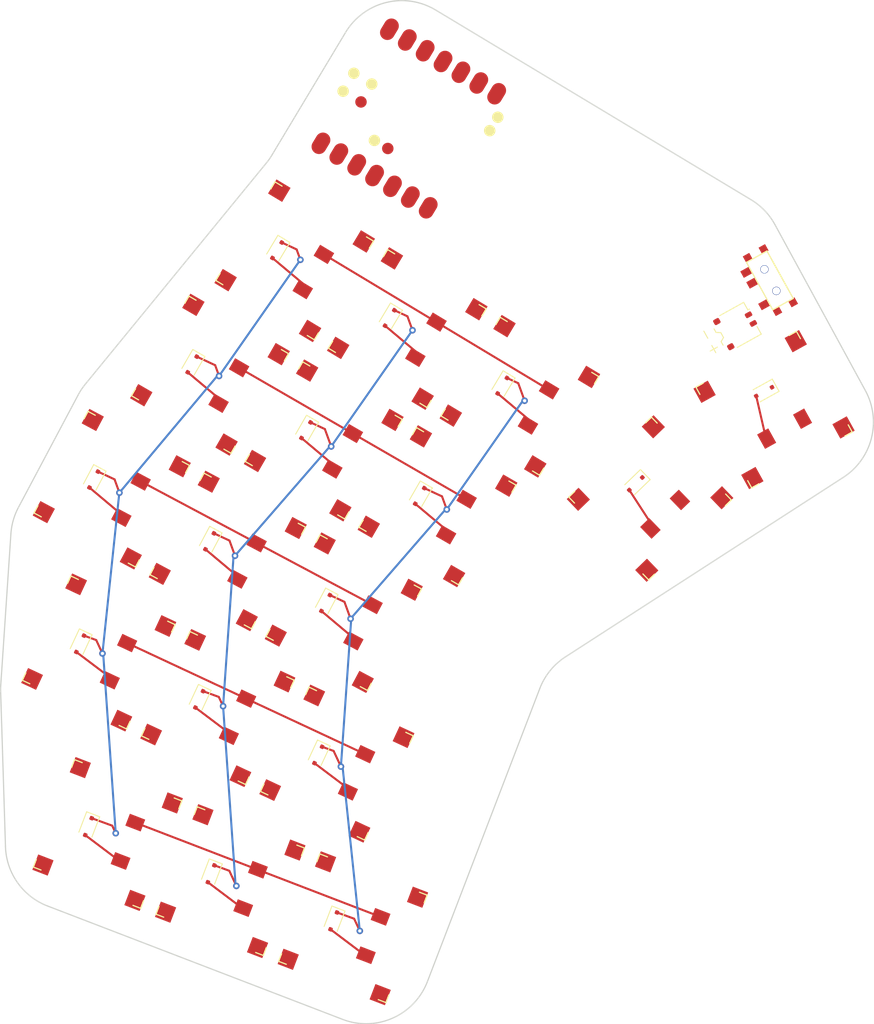
<source format=kicad_pcb>
(kicad_pcb (version 20241229) (generator "pcbnew") (generator_version "9.0")
  (title_block (title "splave-ferris_pg1316s_left") (rev "v1.0.0") (company "Unknown"))
  (layers (0 "F.Cu" signal) (2 "B.Cu" signal) (13 "F.Paste" user) (15 "B.Paste" user) (5 "F.SilkS" user) (7 "B.SilkS" user) (1 "F.Mask" user) (3 "B.Mask" user) (25 "Edge.Cuts" user))
  (net 0 "")
  (net 1 "D5")
  (net 2 "pinky_bottom")
  (net 3 "pinky_home")
  (net 4 "pinky_top")
  (net 5 "D3")
  (net 6 "ring_bottom")
  (net 7 "ring_home")
  (net 8 "ring_top")
  (net 9 "D1")
  (net 10 "middle_bottom")
  (net 11 "middle_home")
  (net 12 "middle_top")
  (net 13 "D8")
  (net 14 "index_bottom")
  (net 15 "index_home")
  (net 16 "index_top")
  (net 17 "D10")
  (net 18 "inner_bottom")
  (net 19 "inner_home")
  (net 20 "inner_top")
  (net 21 "near_fan")
  (net 22 "far_fan")
  (net 23 "D4")
  (net 24 "D2")
  (net 25 "D0")
  (net 26 "D9")
  (net 27 "D6")
  (net 28 "D7")
  (net 29 "RAW3V3")
  (net 30 "RAW5V")
  (net 31 "GND")
  (net 32 "RST")
  (net 33 "BAT")
  (net 34 "BAT_P")
  (footprint "E73:SPDT_C128955" (layer "F.Cu") (at 239.347994 83.120952 -61)
    (property "Reference" "T1" (hide yes))
    (property "Value" "" (hide yes))
    (pad "" smd rect (at -3.700004 1.099997 299) (size 0.9 0.9) (layers "F.Cu" "F.Mask" "F.Paste"))
    (pad "" smd rect (at -3.700001 -1.100001 299) (size 0.9 0.9) (layers "F.Cu" "F.Mask" "F.Paste"))
    (pad "" np_thru_hole circle (at -1.499998 0 59) (size 1 1) (drill 0.9) (layers "*.Cu" "*.Mask"))
    (pad "" np_thru_hole circle (at 1.499998 0 59) (size 1 1) (drill 0.9) (layers "*.Cu" "*.Mask"))
    (pad "" smd rect (at 3.700001 1.100001 299) (size 0.9 0.9) (layers "F.Cu" "F.Mask" "F.Paste"))
    (pad "" smd rect (at 3.700004 -1.099997 299) (size 0.9 0.9) (layers "F.Cu" "F.Mask" "F.Paste"))
    (pad "1" smd rect (at 2.25 2.075008 299) (size 0.9 1.25) (layers "F.Cu" "F.Mask" "F.Paste") (net 34 "BAT_P"))
    (pad "2" smd rect (at -0.749998 2.075 299) (size 0.9 1.25) (layers "F.Cu" "F.Mask" "F.Paste") (net 33 "BAT"))
    (pad "3" smd rect (at -2.250002 2.075002 299) (size 0.9 1.25) (layers "F.Cu" "F.Mask" "F.Paste"))
  )
  (footprint "diode_smd_sod323f" (layer "F.Cu") (at 179.263392 79.487722 -121)
    (property "Reference" "D15" (hide yes))
    (property "Value" "" (hide yes))
    (pad "1" smd roundrect (at -1.1 -0.000001 239) (size 0.5 0.5) (layers "F.Cu" "F.Mask" "F.Paste") (net 25 "D0"))
    (pad "2" smd roundrect (at 1.1 0.000001 239) (size 0.5 0.5) (layers "F.Cu" "F.Mask" "F.Paste") (net 20 "inner_top"))
  )
  (footprint "PG1316S" (layer "F.Cu") (at 173.558659 156.249629 69)
    (property "Reference" "S2" (hide yes))
    (property "Value" "" (hide yes))
    (pad "1" smd rect (at -2.500003 2.65 69) (size 1.55 2) (layers "F.Cu" "F.Mask" "F.Paste") (net 3 "pinky_home"))
    (pad "2" smd rect (at 2.499998 2.649995 69) (size 1.55 2) (layers "F.Cu" "F.Mask" "F.Paste") (net 1 "D5"))
    (pad "MP" smd rect (at -6.350007 -5.999997 69) (size 2 2) (layers "F.Cu" "F.Mask" "F.Paste"))
    (pad "MP" smd rect (at -6.350001 5.999999 69) (size 2 2) (layers "F.Cu" "F.Mask" "F.Paste"))
    (pad "MP" smd rect (at 6.350001 -5.999999 69) (size 2 2) (layers "F.Cu" "F.Mask" "F.Paste"))
    (pad "MP" smd rect (at 6.350007 5.999997 69) (size 2 2) (layers "F.Cu" "F.Mask" "F.Paste"))
  )
  (footprint "PG1316S" (layer "F.Cu") (at 198.803619 110.632558 60)
    (property "Reference" "S10" (hide yes))
    (property "Value" "" (hide yes))
    (pad "1" smd rect (at -2.500003 2.650002 60) (size 1.55 2) (layers "F.Cu" "F.Mask" "F.Paste") (net 14 "index_bottom"))
    (pad "2" smd rect (at 2.5 2.649996 60) (size 1.55 2) (layers "F.Cu" "F.Mask" "F.Paste") (net 13 "D8"))
    (pad "MP" smd rect (at -6.350001 6.000001 60) (size 2 2) (layers "F.Cu" "F.Mask" "F.Paste"))
    (pad "MP" smd rect (at -6.35 -5.999998 60) (size 2 2) (layers "F.Cu" "F.Mask" "F.Paste"))
    (pad "MP" smd rect (at 6.35 5.999998 60) (size 2 2) (layers "F.Cu" "F.Mask" "F.Paste"))
    (pad "MP" smd rect (at 6.350001 -6.000001 60) (size 2 2) (layers "F.Cu" "F.Mask" "F.Paste"))
  )
  (footprint "PG1316S" (layer "F.Cu") (at 173.257541 116.076646 62)
    (property "Reference" "S8" (hide yes))
    (property "Value" "" (hide yes))
    (pad "1" smd rect (at -2.500004 2.649996 62) (size 1.55 2) (layers "F.Cu" "F.Mask" "F.Paste") (net 11 "middle_home"))
    (pad "2" smd rect (at 2.499999 2.650001 62) (size 1.55 2) (layers "F.Cu" "F.Mask" "F.Paste") (net 9 "D1"))
    (pad "MP" smd rect (at -6.35 6 62) (size 2 2) (layers "F.Cu" "F.Mask" "F.Paste"))
    (pad "MP" smd rect (at -6.349998 -6.000003 62) (size 2 2) (layers "F.Cu" "F.Mask" "F.Paste"))
    (pad "MP" smd rect (at 6.349998 6.000003 62) (size 2 2) (layers "F.Cu" "F.Mask" "F.Paste"))
    (pad "MP" smd rect (at 6.35 -6 62) (size 2 2) (layers "F.Cu" "F.Mask" "F.Paste"))
  )
  (footprint "PG1316S" (layer "F.Cu") (at 195.12099 89.01593 59)
    (property "Reference" "S14" (hide yes))
    (property "Value" "" (hide yes))
    (pad "1" smd rect (at -2.499997 2.65 59) (size 1.55 2) (layers "F.Cu" "F.Mask" "F.Paste") (net 19 "inner_home"))
    (pad "2" smd rect (at 2.499999 2.65 59) (size 1.55 2) (layers "F.Cu" "F.Mask" "F.Paste") (net 17 "D10"))
    (pad "MP" smd rect (at -6.35 -6.000002 59) (size 2 2) (layers "F.Cu" "F.Mask" "F.Paste"))
    (pad "MP" smd rect (at -6.349996 6.000001 59) (size 2 2) (layers "F.Cu" "F.Mask" "F.Paste"))
    (pad "MP" smd rect (at 6.349996 -6.000001 59) (size 2 2) (layers "F.Cu" "F.Mask" "F.Paste"))
    (pad "MP" smd rect (at 6.35 6.000002 59) (size 2 2) (layers "F.Cu" "F.Mask" "F.Paste"))
  )
  (footprint "PG1316S" (layer "F.Cu") (at 157.542497 128.429971 65)
    (property "Reference" "S6" (hide yes))
    (property "Value" "" (hide yes))
    (pad "1" smd rect (at -2.500004 2.649999 65) (size 1.55 2) (layers "F.Cu" "F.Mask" "F.Paste") (net 8 "ring_top"))
    (pad "2" smd rect (at 2.500003 2.649999 65) (size 1.55 2) (layers "F.Cu" "F.Mask" "F.Paste") (net 5 "D3"))
    (pad "MP" smd rect (at -6.350004 -5.999999 65) (size 2 2) (layers "F.Cu" "F.Mask" "F.Paste"))
    (pad "MP" smd rect (at -6.350002 5.999994 65) (size 2 2) (layers "F.Cu" "F.Mask" "F.Paste"))
    (pad "MP" smd rect (at 6.350002 -5.999994 65) (size 2 2) (layers "F.Cu" "F.Mask" "F.Paste"))
    (pad "MP" smd rect (at 6.350004 5.999999 65) (size 2 2) (layers "F.Cu" "F.Mask" "F.Paste"))
  )
  (footprint "diode_smd_sod323f" (layer "F.Cu") (at 184.278576 140.897214 -115)
    (property "Reference" "D4" (hide yes))
    (property "Value" "" (hide yes))
    (pad "1" smd roundrect (at -1.099996 -0.000002 245) (size 0.5 0.5) (layers "F.Cu" "F.Mask" "F.Paste") (net 23 "D4"))
    (pad "2" smd roundrect (at 1.099996 0.000002 245) (size 0.5 0.5) (layers "F.Cu" "F.Mask" "F.Paste") (net 6 "ring_bottom"))
  )
  (footprint "diode_smd_sod323f" (layer "F.Cu") (at 186.161998 161.087592 -111)
    (property "Reference" "D1" (hide yes))
    (property "Value" "" (hide yes))
    (pad "1" smd roundrect (at -1.099999 -0.000003 249) (size 0.5 0.5) (layers "F.Cu" "F.Mask" "F.Paste") (net 23 "D4"))
    (pad "2" smd roundrect (at 1.099999 0.000003 249) (size 0.5 0.5) (layers "F.Cu" "F.Mask" "F.Paste") (net 2 "pinky_bottom"))
  )
  (footprint "diode_smd_sod323f" (layer "F.Cu") (at 192.978075 87.728335 -121)
    (property "Reference" "D14" (hide yes))
    (property "Value" "" (hide yes))
    (pad "1" smd roundrect (at -1.1 -0.000001 239) (size 0.5 0.5) (layers "F.Cu" "F.Mask" "F.Paste") (net 24 "D2"))
    (pad "2" smd roundrect (at 1.1 0.000001 239) (size 0.5 0.5) (layers "F.Cu" "F.Mask" "F.Paste") (net 19 "inner_home"))
  )
  (footprint "diode_smd_sod323f" (layer "F.Cu") (at 156.287421 149.619817 -111)
    (property "Reference" "D3" (hide yes))
    (property "Value" "" (hide yes))
    (pad "1" smd roundrect (at -1.099999 -0.000003 249) (size 0.5 0.5) (layers "F.Cu" "F.Mask" "F.Paste") (net 25 "D0"))
    (pad "2" smd roundrect (at 1.099999 0.000003 249) (size 0.5 0.5) (layers "F.Cu" "F.Mask" "F.Paste") (net 4 "pinky_top"))
  )
  (footprint "diode_smd_sod323f" (layer "F.Cu") (at 206.692748 95.968942 -121)
    (property "Reference" "D13" (hide yes))
    (property "Value" "" (hide yes))
    (pad "1" smd roundrect (at -1.1 -0.000001 239) (size 0.5 0.5) (layers "F.Cu" "F.Mask" "F.Paste") (net 23 "D4"))
    (pad "2" smd roundrect (at 1.1 0.000001 239) (size 0.5 0.5) (layers "F.Cu" "F.Mask" "F.Paste") (net 18 "inner_bottom"))
  )
  (footprint "ceoloide:battery_connector_molex_pico_ezmate_1x02" (layer "F.Cu") (at 235.336045 88.774869 -61)
    (property "Reference" "CONN1" (hide yes))
    (property "Value" "")
    (pad "" smd roundrect (at -1.749994 1.9 299) (size 0.7 0.8) (layers "F.Cu" "F.Mask" "F.Paste"))
    (pad "" smd roundrect (at 1.749998 1.899998 299) (size 0.7 0.8) (layers "F.Cu" "F.Mask" "F.Paste"))
    (pad "1" smd roundrect (at -0.600004 -1.875 299) (size 0.6 0.85) (layers "F.Cu" "F.Mask" "F.Paste") (net 31 "GND"))
    (pad "2" smd roundrect (at 0.599997 -1.875005 299) (size 0.6 0.85) (layers "F.Cu" "F.Mask" "F.Paste") (net 34 "BAT_P"))
  )
  (footprint "diode_smd_sod323f" (layer "F.Cu") (at 156.923014 107.391424 -118)
    (property "Reference" "D9" (hide yes))
    (property "Value" "" (hide yes))
    (pad "1" smd roundrect (at -1.1 -0.000004 242) (size 0.5 0.5) (layers "F.Cu" "F.Mask" "F.Paste") (net 25 "D0"))
    (pad "2" smd roundrect (at 1.1 0.000004 242) (size 0.5 0.5) (layers "F.Cu" "F.Mask" "F.Paste") (net 12 "middle_top"))
  )
  (footprint "diode_smd_sod323f" (layer "F.Cu") (at 196.638548 109.382562 -120)
    (property "Reference" "D10" (hide yes))
    (property "Value" "" (hide yes))
    (pad "1" smd roundrect (at -1.1 0.000001 240) (size 0.5 0.5) (layers "F.Cu" "F.Mask" "F.Paste") (net 23 "D4"))
    (pad "2" smd roundrect (at 1.1 -0.000001 240) (size 0.5 0.5) (layers "F.Cu" "F.Mask" "F.Paste") (net 14 "index_bottom"))
  )
  (footprint "PG1316S" (layer "F.Cu") (at 187.384707 123.588195 62)
    (property "Reference" "S7" (hide yes))
    (property "Value" "" (hide yes))
    (pad "1" smd rect (at -2.500004 2.649996 62) (size 1.55 2) (layers "F.Cu" "F.Mask" "F.Paste") (net 10 "middle_bottom"))
    (pad "2" smd rect (at 2.499999 2.650001 62) (size 1.55 2) (layers "F.Cu" "F.Mask" "F.Paste") (net 9 "D1"))
    (pad "MP" smd rect (at -6.35 6 62) (size 2 2) (layers "F.Cu" "F.Mask" "F.Paste"))
    (pad "MP" smd rect (at -6.349998 -6.000003 62) (size 2 2) (layers "F.Cu" "F.Mask" "F.Paste"))
    (pad "MP" smd rect (at 6.349998 6.000003 62) (size 2 2) (layers "F.Cu" "F.Mask" "F.Paste"))
    (pad "MP" smd rect (at 6.35 -6 62) (size 2 2) (layers "F.Cu" "F.Mask" "F.Paste"))
  )
  (footprint "PG1316S" (layer "F.Cu") (at 172.043425 135.191863 65)
    (property "Reference" "S5" (hide yes))
    (property "Value" "" (hide yes))
    (pad "1" smd rect (at -2.500004 2.649999 65) (size 1.55 2) (layers "F.Cu" "F.Mask" "F.Paste") (net 7 "ring_home"))
    (pad "2" smd rect (at 2.500003 2.649999 65) (size 1.55 2) (layers "F.Cu" "F.Mask" "F.Paste") (net 5 "D3"))
    (pad "MP" smd rect (at -6.350004 -5.999999 65) (size 2 2) (layers "F.Cu" "F.Mask" "F.Paste"))
    (pad "MP" smd rect (at -6.350002 5.999994 65) (size 2 2) (layers "F.Cu" "F.Mask" "F.Paste"))
    (pad "MP" smd rect (at 6.350002 -5.999994 65) (size 2 2) (layers "F.Cu" "F.Mask" "F.Paste"))
    (pad "MP" smd rect (at 6.350004 5.999999 65) (size 2 2) (layers "F.Cu" "F.Mask" "F.Paste"))
  )
  (footprint "PG1316S" (layer "F.Cu") (at 208.835668 97.25654 59)
    (property "Reference" "S13" (hide yes))
    (property "Value" "" (hide yes))
    (pad "1" smd rect (at -2.499997 2.65 59) (size 1.55 2) (layers "F.Cu" "F.Mask" "F.Paste") (net 18 "inner_bottom"))
    (pad "2" smd rect (at 2.499999 2.65 59) (size 1.55 2) (layers "F.Cu" "F.Mask" "F.Paste") (net 17 "D10"))
    (pad "MP" smd rect (at -6.35 -6.000002 59) (size 2 2) (layers "F.Cu" "F.Mask" "F.Paste"))
    (pad "MP" smd rect (at -6.349996 6.000001 59) (size 2 2) (layers "F.Cu" "F.Mask" "F.Paste"))
    (pad "MP" smd rect (at 6.349996 -6.000001 59) (size 2 2) (layers "F.Cu" "F.Mask" "F.Paste"))
    (pad "MP" smd rect (at 6.35 6.000002 59) (size 2 2) (layers "F.Cu" "F.Mask" "F.Paste"))
  )
  (footprint "diode_smd_sod323f" (layer "F.Cu") (at 168.92574 93.382564 -120)
    (property "Reference" "D12" (hide yes))
    (property "Value" "" (hide yes))
    (pad "1" smd roundrect (at -1.1 0.000001 240) (size 0.5 0.5) (layers "F.Cu" "F.Mask" "F.Paste") (net 25 "D0"))
    (pad "2" smd roundrect (at 1.1 -0.000001 240) (size 0.5 0.5) (layers "F.Cu" "F.Mask" "F.Paste") (net 16 "index_top"))
  )
  (footprint "PG1316S" (layer "F.Cu") (at 158.621372 150.515743 69)
    (property "Reference" "S3" (hide yes))
    (property "Value" "" (hide yes))
    (pad "1" smd rect (at -2.500003 2.65 69) (size 1.55 2) (layers "F.Cu" "F.Mask" "F.Paste") (net 4 "pinky_top"))
    (pad "2" smd rect (at 2.499998 2.649995 69) (size 1.55 2) (layers "F.Cu" "F.Mask" "F.Paste") (net 1 "D5"))
    (pad "MP" smd rect (at -6.350007 -5.999997 69) (size 2 2) (layers "F.Cu" "F.Mask" "F.Paste"))
    (pad "MP" smd rect (at -6.350001 5.999999 69) (size 2 2) (layers "F.Cu" "F.Mask" "F.Paste"))
    (pad "MP" smd rect (at 6.350001 -5.999999 69) (size 2 2) (layers "F.Cu" "F.Mask" "F.Paste"))
    (pad "MP" smd rect (at 6.350007 5.999997 69) (size 2 2) (layers "F.Cu" "F.Mask" "F.Paste"))
  )
  (footprint "diode_smd_sod323f" (layer "F.Cu") (at 171.224711 155.353707 -111)
    (property "Reference" "D2" (hide yes))
    (property "Value" "" (hide yes))
    (pad "1" smd roundrect (at -1.099999 -0.000003 249) (size 0.5 0.5) (layers "F.Cu" "F.Mask" "F.Paste") (net 24 "D2"))
    (pad "2" smd roundrect (at 1.099999 0.000003 249) (size 0.5 0.5) (layers "F.Cu" "F.Mask" "F.Paste") (net 3 "pinky_home"))
  )
  (footprint "PG1316S" (layer "F.Cu") (at 186.544347 141.953756 65)
    (property "Reference" "S4" (hide yes))
    (property "Value" "" (hide yes))
    (pad "1" smd rect (at -2.500004 2.649999 65) (size 1.55 2) (layers "F.Cu" "F.Mask" "F.Paste") (net 6 "ring_bottom"))
    (pad "2" smd rect (at 2.500003 2.649999 65) (size 1.55 2) (layers "F.Cu" "F.Mask" "F.Paste") (net 5 "D3"))
    (pad "MP" smd rect (at -6.350004 -5.999999 65) (size 2 2) (layers "F.Cu" "F.Mask" "F.Paste"))
    (pad "MP" smd rect (at -6.350002 5.999994 65) (size 2 2) (layers "F.Cu" "F.Mask" "F.Paste"))
    (pad "MP" smd rect (at 6.350002 -5.999994 65) (size 2 2) (layers "F.Cu" "F.Mask" "F.Paste"))
    (pad "MP" smd rect (at 6.350004 5.999999 65) (size 2 2) (layers "F.Cu" "F.Mask" "F.Paste"))
  )
  (footprint "PG1316S" (layer "F.Cu") (at 171.090802 94.632563 60)
    (property "Reference" "S12" (hide yes))
    (property "Value" "" (hide yes))
    (pad "1" smd rect (at -2.500003 2.650002 60) (size 1.55 2) (layers "F.Cu" "F.Mask" "F.Paste") (net 16 "index_top"))
    (pad "2" smd rect (at 2.5 2.649996 60) (size 1.55 2) (layers "F.Cu" "F.Mask" "F.Paste") (net 13 "D8"))
    (pad "MP" smd rect (at -6.350001 6.000001 60) (size 2 2) (layers "F.Cu" "F.Mask" "F.Paste"))
    (pad "MP" smd rect (at -6.35 -5.999998 60) (size 2 2) (layers "F.Cu" "F.Mask" "F.Paste"))
    (pad "MP" smd rect (at 6.35 5.999998 60) (size 2 2) (layers "F.Cu" "F.Mask" "F.Paste"))
    (pad "MP" smd rect (at 6.350001 -6.000001 60) (size 2 2) (layers "F.Cu" "F.Mask" "F.Paste"))
  )
  (footprint "PG1316S" (layer "F.Cu") (at 181.406315 80.77532 59)
    (property "Reference" "S15" (hide yes))
    (property "Value" "" (hide yes))
    (pad "1" smd rect (at -2.499997 2.65 59) (size 1.55 2) (layers "F.Cu" "F.Mask" "F.Paste") (net 20 "inner_top"))
    (pad "2" smd rect (at 2.499999 2.65 59) (size 1.55 2) (layers "F.Cu" "F.Mask" "F.Paste") (net 17 "D10"))
    (pad "MP" smd rect (at -6.35 -6.000002 59) (size 2 2) (layers "F.Cu" "F.Mask" "F.Paste"))
    (pad "MP" smd rect (at -6.349996 6.000001 59) (size 2 2) (layers "F.Cu" "F.Mask" "F.Paste"))
    (pad "MP" smd rect (at 6.349996 -6.000001 59) (size 2 2) (layers "F.Cu" "F.Mask" "F.Paste"))
    (pad "MP" smd rect (at 6.35 6.000002 59) (size 2 2) (layers "F.Cu" "F.Mask" "F.Paste"))
  )
  (footprint "xiao_smd" (layer "F.Cu") (at 195.308649 63.462752 59)
    (property "Reference" "MCU1" (hide yes))
    (property "Value" "")
    (pad "" smd circle (at -4.445002 -2.222 239) (size 1.397 1.397) (layers "F.SilkS"))
    (pad "" smd circle (at -1.27 -8.571998 149) (size 1.397 1.397) (layers "F.SilkS"))
    (pad "" smd circle (at 1.269997 -6.031997 149) (size 1.397 1.397) (layers "F.SilkS"))
    (pad "" smd circle (at 1.270002 -8.572001 149) (size 1.397 1.397) (layers "F.SilkS"))
    (pad "" smd circle (at 3.809998 9.208 239) (size 1.397 1.397) (layers "F.SilkS"))
    (pad "" smd circle (at 5.715 9.207999 239) (size 1.397 1.397) (layers "F.SilkS"))
    (pad "1" smd oval (at -7.619999 -7.620002 239) (size 2.75 1.8) (drill (offset 0.475 0)) (layers "F.Cu" "F.Mask" "F.Paste") (net 25 "D0"))
    (pad "2" smd oval (at -7.619997 -5.079996 239) (size 2.75 1.8) (drill (offset 0.475 0)) (layers "F.Cu" "F.Mask" "F.Paste") (net 9 "D1"))
    (pad "3" smd oval (at -7.620001 -2.54 239) (size 2.75 1.8) (drill (offset 0.475 0)) (layers "F.Cu" "F.Mask" "F.Paste") (net 24 "D2"))
    (pad "4" smd oval (at -7.619997 -0.000002 239) (size 2.75 1.8) (drill (offset 0.475 0)) (layers "F.Cu" "F.Mask" "F.Paste") (net 5 "D3"))
    (pad "5" smd oval (at -7.620002 2.539996 239) (size 2.75 1.8) (drill (offset 0.475 0)) (layers "F.Cu" "F.Mask" "F.Paste") (net 23 "D4"))
    (pad "6" smd oval (at -7.619994 5.079996 239) (size 2.75 1.8) (drill (offset 0.475 0)) (layers "F.Cu" "F.Mask" "F.Paste") (net 1 "D5"))
    (pad "7" smd oval (at -7.620002 7.619999 239) (size 2.75 1.8) (drill (offset 0.475 0)) (layers "F.Cu" "F.Mask" "F.Paste") (net 27 "D6"))
    (pad "8" smd oval (at 7.619999 7.620002 59) (size 2.75 1.8) (drill (offset 0.475 0)) (layers "F.Cu" "F.Mask" "F.Paste") (net 28 "D7"))
    (pad "9" smd oval (at 7.619997 5.079996 59) (size 2.75 1.8) (drill (offset 0.475 0)) (layers "F.Cu" "F.Mask" "F.Paste") (net 13 "D8"))
    (pad "10" smd oval (at 7.620001 2.54 59) (size 2.75 1.8) (drill (offset 0.475 0)) (layers "F.Cu" "F.Mask" "F.Paste") (net 26 "D9"))
    (pad "11" smd oval (at 7.619997 0.000002 59) (size 2.75 1.8) (drill (offset 0.475 0)) (layers "F.Cu" "F.Mask" "F.Paste") (net 17 "D10"))
    (pad "12" smd oval (at 7.620002 -2.539996 59) (size 2.75 1.8) (drill (offset 0.475 0)) (layers "F.Cu" "F.Mask" "F.Paste") (net 29 "RAW3V3"))
    (pad "13" smd oval (at 7.619994 -5.079996 59) (size 2.75 1.8) (drill (offset 0.475 0)) (layers "F.Cu" "F.Mask" "F.Paste") (net 31 "GND"))
    (pad "14" smd oval (at 7.620002 -7.619999 59) (size 2.75 1.8) (drill (offset 0.475 0)) (layers "F.Cu" "F.Mask" "F.Paste") (net 30 "RAW5V"))
    (pad "17" smd circle (at -1.270004 -6.031999 149) (size 1.397 1.397) (layers "F.Cu" "F.Mask" "F.Paste") (net 32 "RST"))
    (pad "19" smd circle (at -4.444999 -0.316999 239) (size 1.397 1.397) (layers "F.Cu" "F.Mask" "F.Paste") (net 33 "BAT"))
  )
  (footprint "PG1316S" (layer "F.Cu") (at 239.794338 98.880492 29)
    (property "Reference" "S17" (hide yes))
    (property "Value" "" (hide yes))
    (pad "1" smd rect (at -2.5 2.650002 29) (size 1.55 2) (layers "F.Cu" "F.Mask" "F.Paste") (net 22 "far_fan"))
    (pad "2" smd rect (at 2.500002 2.650005 29) (size 1.55 2) (layers "F.Cu" "F.Mask" "F.Paste") (net 17 "D10"))
    (pad "MP" smd rect (at -6.350004 6.000001 29) (size 2 2) (layers "F.Cu" "F.Mask" "F.Paste"))
    (pad "MP" smd rect (at -6.349993 -6 29) (size 2 2) (layers "F.Cu" "F.Mask" "F.Paste"))
    (pad "MP" smd rect (at 6.349993 6 29) (size 2 2) (layers "F.Cu" "F.Mask" "F.Paste"))
    (pad "MP" smd rect (at 6.350004 -6.000001 29) (size 2 2) (layers "F.Cu" "F.Mask" "F.Paste"))
  )
  (footprint "PG1316S" (layer "F.Cu") (at 184.947215 102.63256 60)
    (property "Reference" "S11" (hide yes))
    (property "Value" "" (hide yes))
    (pad "1" smd rect (at -2.500003 2.650002 60) (size 1.55 2) (layers "F.Cu" "F.Mask" "F.Paste") (net 15 "index_home"))
    (pad "2" smd rect (at 2.5 2.649996 60) (size 1.55 2) (layers "F.Cu" "F.Mask" "F.Paste") (net 13 "D8"))
    (pad "MP" smd rect (at -6.350001 6.000001 60) (size 2 2) (layers "F.Cu" "F.Mask" "F.Paste"))
    (pad "MP" smd rect (at -6.35 -5.999998 60) (size 2 2) (layers "F.Cu" "F.Mask" "F.Paste"))
    (pad "MP" smd rect (at 6.35 5.999998 60) (size 2 2) (layers "F.Cu" "F.Mask" "F.Paste"))
    (pad "MP" smd rect (at 6.350001 -6.000001 60) (size 2 2) (layers "F.Cu" "F.Mask" "F.Paste"))
  )
  (footprint "PG1316S" (layer "F.Cu") (at 159.130379 108.565103 62)
    (property "Reference" "S9" (hide yes))
    (property "Value" "" (hide yes))
    (pad "1" smd rect (at -2.500004 2.649996 62) (size 1.55 2) (layers "F.Cu" "F.Mask" "F.Paste") (net 12 "middle_top"))
    (pad "2" smd rect (at 2.499999 2.650001 62) (size 1.55 2) (layers "F.Cu" "F.Mask" "F.Paste") (net 9 "D1"))
    (pad "MP" smd rect (at -6.35 6 62) (size 2 2) (layers "F.Cu" "F.Mask" "F.Paste"))
    (pad "MP" smd rect (at -6.349998 -6.000003 62) (size 2 2) (layers "F.Cu" "F.Mask" "F.Paste"))
    (pad "MP" smd rect (at 6.349998 6.000003 62) (size 2 2) (layers "F.Cu" "F.Mask" "F.Paste"))
    (pad "MP" smd rect (at 6.35 -6 62) (size 2 2) (layers "F.Cu" "F.Mask" "F.Paste"))
  )
  (footprint "diode_smd_sod323f" (layer "F.Cu") (at 171.05017 114.902969 -118)
    (property "Reference" "D8" (hide yes))
    (property "Value" "" (hide yes))
    (pad "1" smd roundrect (at -1.1 -0.000004 242) (size 0.5 0.5) (layers "F.Cu" "F.Mask" "F.Paste") (net 24 "D2"))
    (pad "2" smd roundrect (at 1.1 0.000004 242) (size 0.5 0.5) (layers "F.Cu" "F.Mask" "F.Paste") (net 11 "middle_home"))
  )
  (footprint "diode_smd_sod323f" (layer "F.Cu") (at 222.954771 107.901874 -136)
    (property "Reference" "D16" (hide yes))
    (property "Value" "" (hide yes))
    (pad "1" smd roundrect (at -1.099998 -0.000002 224) (size 0.5 0.5) (layers "F.Cu" "F.Mask" "F.Paste") (net 26 "D9"))
    (pad "2" smd roundrect (at 1.099998 0.000002 224) (size 0.5 0.5) (layers "F.Cu" "F.Mask" "F.Paste") (net 21 "near_fan"))
  )
  (footprint "diode_smd_sod323f" (layer "F.Cu") (at 238.582309 96.693947 -151)
    (property "Reference" "D17" (hide yes))
    (property "Value" "" (hide yes))
    (pad "1" smd roundrect (at -1.1 0.000006 209) (size 0.5 0.5) (layers "F.Cu" "F.Mask" "F.Paste") (net 26 "D9"))
    (pad "2" smd roundrect (at 1.1 -0.000006 209) (size 0.5 0.5) (layers "F.Cu" "F.Mask" "F.Paste") (net 22 "far_fan"))
  )
  (footprint "diode_smd_sod323f" (layer "F.Cu") (at 182.782148 101.382563 -120)
    (property "Reference" "D11" (hide yes))
    (property "Value" "" (hide yes))
    (pad "1" smd roundrect (at -1.1 0.000001 240) (size 0.5 0.5) (layers "F.Cu" "F.Mask" "F.Paste") (net 24 "D2"))
    (pad "2" smd roundrect (at 1.1 -0.000001 240) (size 0.5 0.5) (layers "F.Cu" "F.Mask" "F.Paste") (net 15 "index_home"))
  )
  (footprint "diode_smd_sod323f" (layer "F.Cu") (at 185.177331 122.414516 -118)
    (property "Reference" "D7" (hide yes))
    (property "Value" "" (hide yes))
    (pad "1" smd roundrect (at -1.1 -0.000004 242) (size 0.5 0.5) (layers "F.Cu" "F.Mask" "F.Paste") (net 23 "D4"))
    (pad "2" smd roundrect (at 1.1 0.000004 242) (size 0.5 0.5) (layers "F.Cu" "F.Mask" "F.Paste") (net 10 "middle_bottom"))
  )
  (footprint "PG1316S" (layer "F.Cu") (at 188.495945 161.98352 69)
    (property "Reference" "S1" (hide yes))
    (property "Value" "" (hide yes))
    (pad "1" smd rect (at -2.500003 2.65 69) (size 1.55 2) (layers "F.Cu" "F.Mask" "F.Paste") (net 2 "pinky_bottom"))
    (pad "2" smd rect (at 2.499998 2.649995 69) (size 1.55 2) (layers "F.Cu" "F.Mask" "F.Paste") (net 1 "D5"))
    (pad "MP" smd rect (at -6.350007 -5.999997 69) (size 2 2) (layers "F.Cu" "F.Mask" "F.Paste"))
    (pad "MP" smd rect (at -6.350001 5.999999 69) (size 2 2) (layers "F.Cu" "F.Mask" "F.Paste"))
    (pad "MP" smd rect (at 6.350001 -5.999999 69) (size 2 2) (layers "F.Cu" "F.Mask" "F.Paste"))
    (pad "MP" smd rect (at 6.350007 5.999997 69) (size 2 2) (layers "F.Cu" "F.Mask" "F.Paste"))
  )
  (footprint "PG1316S" (layer "F.Cu") (at 224.691419 109.700219 44)
    (property "Reference" "S16" (hide yes))
    (property "Value" "" (hide yes))
    (pad "1" smd rect (at -2.5 2.65 44) (size 1.55 2) (layers "F.Cu" "F.Mask" "F.Paste") (net 21 "near_fan"))
    (pad "2" smd rect (at 2.5 2.649997 44) (size 1.55 2) (layers "F.Cu" "F.Mask" "F.Paste") (net 13 "D8"))
    (pad "MP" smd rect (at -6.349999 5.999998 44) (size 2 2) (layers "F.Cu" "F.Mask" "F.Paste"))
    (pad "MP" smd rect (at -6.349998 -5.999999 44) (size 2 2) (layers "F.Cu" "F.Mask" "F.Paste"))
    (pad "MP" smd rect (at 6.349998 5.999999 44) (size 2 2) (layers "F.Cu" "F.Mask" "F.Paste"))
    (pad "MP" smd rect (at 6.349999 -5.999998 44) (size 2 2) (layers "F.Cu" "F.Mask" "F.Paste"))
  )
  (footprint "diode_smd_sod323f" (layer "F.Cu") (at 155.276728 127.373425 -115)
    (property "Reference" "D6" (hide yes))
    (property "Value" "" (hide yes))
    (pad "1" smd roundrect (at -1.099996 -0.000002 245) (size 0.5 0.5) (layers "F.Cu" "F.Mask" "F.Paste") (net 25 "D0"))
    (pad "2" smd roundrect (at 1.099996 0.000002 245) (size 0.5 0.5) (layers "F.Cu" "F.Mask" "F.Paste") (net 8 "ring_top"))
  )
  (footprint "diode_smd_sod323f" (layer "F.Cu") (at 169.77765 134.135317 -115)
    (property "Reference" "D5" (hide yes))
    (property "Value" "" (hide yes))
    (pad "1" smd roundrect (at -1.099996 -0.000002 245) (size 0.5 0.5) (layers "F.Cu" "F.Mask" "F.Paste") (net 24 "D2"))
    (pad "2" smd roundrect (at 1.099996 0.000002 245) (size 0.5 0.5) (layers "F.Cu" "F.Mask" "F.Paste") (net 7 "ring_home"))
  )
  (gr_arc (start 236.999979 73.347198) (mid 238.653202 74.666816) (end 239.902776 76.373598) (stroke (width 0.15)) (layer "Edge.Cuts"))
  (gr_arc (start 146.843901 113.994536) (mid 147.132794 112.336076) (end 147.762338 110.774787) (stroke (width 0.15)) (layer "Edge.Cuts"))
  (gr_arc (start 197.575188 168.46791) (mid 193.360439 172.909333) (end 187.2396 173.069619) (stroke (width 0.15)) (layer "Edge.Cuts"))
  (gr_line (start 187.2396 173.069619) (end 151.312275 159.278406) (stroke (width 0.15)) (layer "Edge.Cuts"))
  (gr_line (start 155.912199 95.779376) (end 177.957787 68.876224) (stroke (width 0.15)) (layer "Edge.Cuts"))
  (gr_arc (start 211.260605 132.816199) (mid 212.519189 130.639815) (end 214.391078 128.961507) (stroke (width 0.15)) (layer "Edge.Cuts"))
  (gr_line (start 146.183106 152.059046) (end 145.594415 133.17618) (stroke (width 0.15)) (layer "Edge.Cuts"))
  (gr_arc (start 151.312277 159.278406) (mid 147.657617 156.443196) (end 146.183106 152.059046) (stroke (width 0.15)) (layer "Edge.Cuts"))
  (gr_line (start 147.762339 110.774785) (end 155.036446 97.094181) (stroke (width 0.15)) (layer "Edge.Cuts"))
  (gr_line (start 211.260605 132.816199) (end 197.575188 168.46791) (stroke (width 0.15)) (layer "Edge.Cuts"))
  (gr_line (start 248.23299 107.11982) (end 214.391078 128.961507) (stroke (width 0.15)) (layer "Edge.Cuts"))
  (gr_arc (start 187.597834 52.996467) (mid 192.519798 49.354402) (end 198.575483 50.259428) (stroke (width 0.15)) (layer "Edge.Cuts"))
  (gr_arc (start 250.917924 96.567251) (mid 251.647808 102.370812) (end 248.23299 107.11982) (stroke (width 0.15)) (layer "Edge.Cuts"))
  (gr_line (start 145.608508 132.39087) (end 146.843902 113.994534) (stroke (width 0.15)) (layer "Edge.Cuts"))
  (gr_arc (start 155.036447 97.09418) (mid 155.441788 96.415108) (end 155.912199 95.779376) (stroke (width 0.15)) (layer "Edge.Cuts"))
  (gr_arc (start 178.62729 67.925955) (mid 178.309821 68.413265) (end 177.957787 68.876224) (stroke (width 0.15)) (layer "Edge.Cuts"))
  (gr_line (start 178.627294 67.925955) (end 187.597834 52.996467) (stroke (width 0.15)) (layer "Edge.Cuts"))
  (gr_line (start 239.902776 76.373598) (end 250.917923 96.567252) (stroke (width 0.15)) (layer "Edge.Cuts"))
  (gr_line (start 198.575483 50.259428) (end 236.999979 73.347198) (stroke (width 0.15)) (layer "Edge.Cuts"))
  (gr_arc (start 145.594415 133.17618) (mid 145.591818 132.783352) (end 145.608508 132.39087) (stroke (width 0.15)) (layer "Edge.Cuts"))
  (segment (start 191.865851 160.599242) (end 191.865852 160.599245) (width 0.25) (layer "F.Cu") (net 1))
  (segment (start 161.991278 149.131469) (end 191.865851 160.599242) (width 0.25) (layer "F.Cu") (net 1))
  (segment (start 185.76779 162.114529) (end 189.970715 165.281664) (width 0.25) (layer "F.Cu") (net 2))
  (segment (start 189.970715 165.281664) (end 190.074018 165.267143) (width 0.25) (layer "F.Cu") (net 2))
  (segment (start 170.830502 156.380646) (end 175.033426 159.547771) (width 0.25) (layer "F.Cu") (net 3))
  (segment (start 175.033426 159.547771) (end 175.136726 159.533257) (width 0.25) (layer "F.Cu") (net 3))
  (segment (start 155.893215 150.646759) (end 160.096138 153.813885) (width 0.25) (layer "F.Cu") (net 4))
  (segment (start 160.096138 153.813885) (end 160.199441 153.799367) (width 0.25) (layer "F.Cu") (net 4))
  (segment (start 161.000757 127.284138) (end 190.002608 140.807922) (width 0.25) (layer "F.Cu") (net 5))
  (segment (start 183.8137 141.894148) (end 187.830735 144.921203) (width 0.25) (layer "F.Cu") (net 6))
  (segment (start 187.830735 144.921203) (end 187.88952 145.339462) (width 0.25) (layer "F.Cu") (net 6))
  (segment (start 173.329811 138.159308) (end 173.388589 138.577574) (width 0.25) (layer "F.Cu") (net 7))
  (segment (start 169.312773 135.132257) (end 173.329811 138.159308) (width 0.25) (layer "F.Cu") (net 7))
  (segment (start 154.811848 128.370363) (end 158.828883 131.397418) (width 0.25) (layer "F.Cu") (net 8))
  (segment (start 158.828883 131.397418) (end 158.88767 131.815682) (width 0.25) (layer "F.Cu") (net 8))
  (segment (start 176.771034 115.113378) (end 190.898199 122.624926) (width 0.25) (layer "F.Cu") (net 9))
  (segment (start 162.64387 107.601834) (end 176.771034 115.113378) (width 0.25) (layer "F.Cu") (net 9))
  (segment (start 188.514024 126.618901) (end 188.550832 127.039664) (width 0.25) (layer "F.Cu") (net 10))
  (segment (start 184.66092 123.385757) (end 188.514024 126.618901) (width 0.25) (layer "F.Cu") (net 10))
  (segment (start 174.386862 119.107354) (end 174.423671 119.528119) (width 0.25) (layer "F.Cu") (net 11))
  (segment (start 170.533756 115.874213) (end 174.386862 119.107354) (width 0.25) (layer "F.Cu") (net 11))
  (segment (start 156.406597 108.362665) (end 160.259696 111.595808) (width 0.25) (layer "F.Cu") (net 12))
  (segment (start 160.259696 111.595808) (end 160.296514 112.016573) (width 0.25) (layer "F.Cu") (net 12))
  (segment (start 188.492179 101.792496) (end 202.348579 109.792494) (width 0.25) (layer "F.Cu") (net 13))
  (segment (start 202.348579 109.792494) (end 202.348583 109.792493) (width 0.25) (layer "F.Cu") (net 13))
  (segment (start 174.635764 93.792497) (end 188.492176 101.792498) (width 0.25) (layer "F.Cu") (net 13))
  (segment (start 188.492176 101.792498) (end 188.492179 101.792496) (width 0.25) (layer "F.Cu") (net 13))
  (segment (start 196.088551 110.335188) (end 199.788871 113.440122) (width 0.25) (layer "F.Cu") (net 14))
  (segment (start 199.788871 113.440122) (end 199.848587 114.122625) (width 0.25) (layer "F.Cu") (net 14))
  (segment (start 185.932465 105.440125) (end 185.992174 106.122627) (width 0.25) (layer "F.Cu") (net 15))
  (segment (start 182.232146 102.335188) (end 185.932465 105.440125) (width 0.25) (layer "F.Cu") (net 15))
  (segment (start 168.375741 94.33519) (end 172.076062 97.440126) (width 0.25) (layer "F.Cu") (net 16))
  (segment (start 172.076062 97.440126) (end 172.135773 98.122627) (width 0.25) (layer "F.Cu") (net 16))
  (segment (start 184.965403 79.997253) (end 198.680078 88.237859) (width 0.25) (layer "F.Cu") (net 17))
  (segment (start 198.680078 88.237859) (end 198.680079 88.237861) (width 0.25) (layer "F.Cu") (net 17))
  (segment (start 198.680079 88.237861) (end 212.394757 96.478471) (width 0.25) (layer "F.Cu") (net 17))
  (segment (start 206.126208 96.91183) (end 209.748432 99.951232) (width 0.25) (layer "F.Cu") (net 18))
  (segment (start 209.748432 99.951232) (end 209.819567 100.764304) (width 0.25) (layer "F.Cu") (net 18))
  (segment (start 192.411532 88.671218) (end 196.033755 91.710623) (width 0.25) (layer "F.Cu") (net 19))
  (segment (start 196.033755 91.710623) (end 196.104889 92.523697) (width 0.25) (layer "F.Cu") (net 19))
  (segment (start 182.319078 83.470017) (end 182.390212 84.283091) (width 0.25) (layer "F.Cu") (net 20))
  (segment (start 178.69685 80.430607) (end 182.319078 83.470017) (width 0.25) (layer "F.Cu") (net 20))
  (segment (start 224.84906 112.801394) (end 224.733911 113.343117) (width 0.25) (layer "F.Cu") (net 21))
  (segment (start 222.163499 108.665995) (end 224.84906 112.801394) (width 0.25) (layer "F.Cu") (net 21))
  (segment (start 237.620232 97.227232) (end 238.804062 102.354981) (width 0.25) (layer "F.Cu") (net 22))
  (segment (start 238.804062 102.354981) (end 238.892528 102.410263) (width 0.25) (layer "F.Cu") (net 22))
  (segment (start 185.693754 121.443272) (end 187.467407 122.270344) (width 0.25) (layer "F.Cu") (net 23))
  (segment (start 184.743457 139.900271) (end 186.151983 140.412936) (width 0.25) (layer "F.Cu") (net 23))
  (segment (start 186.151983 140.412936) (end 187.038323 142.313699) (width 0.25) (layer "F.Cu") (net 23))
  (segment (start 208.637131 95.668555) (end 209.412552 97.799009) (width 0.25) (layer "F.Cu") (net 23))
  (segment (start 197.188549 108.429932) (end 199.351782 109.438659) (width 0.25) (layer "F.Cu") (net 23))
  (segment (start 187.467407 122.270344) (end 188.215685 124.326219) (width 0.25) (layer "F.Cu") (net 23))
  (segment (start 188.646833 160.82158) (end 189.339199 162.306352) (width 0.25) (layer "F.Cu") (net 23))
  (segment (start 199.351782 109.438659) (end 199.931736 111.032083) (width 0.25) (layer "F.Cu") (net 23))
  (segment (start 186.556206 160.060649) (end 188.646833 160.82158) (width 0.25) (layer "F.Cu") (net 23))
  (segment (start 207.259294 95.026054) (end 208.637131 95.668555) (width 0.25) (layer "F.Cu") (net 23))
  (via (at 188.215685 124.326219) (size 0.8) (drill 0.4) (layers "F.Cu" "B.Cu") (net 23))
  (via (at 209.412552 97.799009) (size 0.8) (drill 0.4) (layers "F.Cu" "B.Cu") (net 23))
  (via (at 189.339199 162.306352) (size 0.8) (drill 0.4) (layers "F.Cu" "B.Cu") (net 23))
  (via (at 187.038323 142.313699) (size 0.8) (drill 0.4) (layers "F.Cu" "B.Cu") (net 23))
  (via (at 199.931736 111.032083) (size 0.8) (drill 0.4) (layers "F.Cu" "B.Cu") (net 23))
  (segment (start 187.25645 142.490339) (end 187.038323 142.313699) (width 0.25) (layer "B.Cu") (net 23))
  (segment (start 199.931736 111.032083) (end 209.167359 97.842244) (width 0.25) (layer "B.Cu") (net 23))
  (segment (start 189.339199 162.306352) (end 187.25645 142.490339) (width 0.25) (layer "B.Cu") (net 23))
  (segment (start 199.761773 111.043964) (end 199.931736 111.032083) (width 0.25) (layer "B.Cu") (net 23))
  (segment (start 188.290139 124.41187) (end 188.215685 124.326219) (width 0.25) (layer "B.Cu") (net 23))
  (segment (start 188.215685 124.326219) (end 199.761773 111.043964) (width 0.25) (layer "B.Cu") (net 23))
  (segment (start 187.038323 142.313699) (end 188.290139 124.41187) (width 0.25) (layer "B.Cu") (net 23))
  (segment (start 209.167359 97.842244) (end 209.412552 97.799009) (width 0.25) (layer "B.Cu") (net 23))
  (segment (start 195.139869 87.52933) (end 195.756861 89.2245) (width 0.25) (layer "F.Cu") (net 24))
  (segment (start 171.618917 154.326767) (end 173.444861 154.991353) (width 0.25) (layer "F.Cu") (net 24))
  (segment (start 183.332147 100.429932) (end 185.082663 101.246208) (width 0.25) (layer "F.Cu") (net 24))
  (segment (start 170.242531 133.138385) (end 172.162834 133.837311) (width 0.25) (layer "F.Cu") (net 24))
  (segment (start 172.162834 133.837311) (end 172.687283 134.961996) (width 0.25) (layer "F.Cu") (net 24))
  (segment (start 193.544617 86.785448) (end 195.139869 87.52933) (width 0.25) (layer "F.Cu") (net 24))
  (segment (start 185.082663 101.246208) (end 185.853429 103.36388) (width 0.25) (layer "F.Cu") (net 24))
  (segment (start 173.444861 154.991353) (end 174.304115 156.834027) (width 0.25) (layer "F.Cu") (net 24))
  (segment (start 173.467762 114.818259) (end 174.137376 116.658017) (width 0.25) (layer "F.Cu") (net 24))
  (segment (start 171.566593 113.931723) (end 173.467762 114.818259) (width 0.25) (layer "F.Cu") (net 24))
  (via (at 195.756861 89.2245) (size 0.8) (drill 0.4) (layers "F.Cu" "B.Cu") (net 24))
  (via (at 174.304115 156.834027) (size 0.8) (drill 0.4) (layers "F.Cu" "B.Cu") (net 24))
  (via (at 172.687283 134.961996) (size 0.8) (drill 0.4) (layers "F.Cu" "B.Cu") (net 24))
  (via (at 174.137376 116.658017) (size 0.8) (drill 0.4) (layers "F.Cu" "B.Cu") (net 24))
  (via (at 185.853429 103.36388) (size 0.8) (drill 0.4) (layers "F.Cu" "B.Cu") (net 24))
  (segment (start 174.211071 156.753143) (end 174.304115 156.834027) (width 0.25) (layer "B.Cu") (net 24))
  (segment (start 173.956206 116.815507) (end 174.137376 116.658017) (width 0.25) (layer "B.Cu") (net 24))
  (segment (start 185.853429 103.36388) (end 195.753516 89.225091) (width 0.25) (layer "B.Cu") (net 24))
  (segment (start 172.687283 134.961996) (end 174.211071 156.753143) (width 0.25) (layer "B.Cu") (net 24))
  (segment (start 195.753516 89.225091) (end 195.756861 89.2245) (width 0.25) (layer "B.Cu") (net 24))
  (segment (start 185.683463 103.375764) (end 185.853429 103.36388) (width 0.25) (layer "B.Cu") (net 24))
  (segment (start 174.137376 116.658017) (end 185.683463 103.375764) (width 0.25) (layer "B.Cu") (net 24))
  (segment (start 172.687283 134.961996) (end 173.956206 116.815507) (width 0.25) (layer "B.Cu") (net 24))
  (segment (start 159.468118 107.366172) (end 160.059073 108.989821) (width 0.25) (layer "F.Cu") (net 25))
  (segment (start 179.829936 78.54484) (end 181.642613 79.390105) (width 0.25) (layer "F.Cu") (net 25))
  (segment (start 169.475742 92.429933) (end 171.719854 93.476381) (width 0.25) (layer "F.Cu") (net 25))
  (segment (start 155.741607 126.376485) (end 157.234 126.919674) (width 0.25) (layer "F.Cu") (net 25))
  (segment (start 181.642613 79.390105) (end 182.101173 80.649994) (width 0.25) (layer "F.Cu") (net 25))
  (segment (start 157.439432 106.420186) (end 159.468118 107.366172) (width 0.25) (layer "F.Cu") (net 25))
  (segment (start 156.681629 148.592878) (end 159.182578 149.503151) (width 0.25) (layer "F.Cu") (net 25))
  (segment (start 171.719854 93.476381) (end 172.197742 94.789369) (width 0.25) (layer "F.Cu") (net 25))
  (segment (start 157.234 126.919674) (end 157.99422 128.549978) (width 0.25) (layer "F.Cu") (net 25))
  (segment (start 159.182578 149.503151) (end 159.611052 150.422013) (width 0.25) (layer "F.Cu") (net 25))
  (via (at 182.101173 80.649994) (size 0.8) (drill 0.4) (layers "F.Cu" "B.Cu") (net 25))
  (via (at 159.611052 150.422013) (size 0.8) (drill 0.4) (layers "F.Cu" "B.Cu") (net 25))
  (via (at 160.059073 108.989821) (size 0.8) (drill 0.4) (layers "F.Cu" "B.Cu") (net 25))
  (via (at 157.99422 128.549978) (size 0.8) (drill 0.4) (layers "F.Cu" "B.Cu") (net 25))
  (via (at 172.197742 94.789369) (size 0.8) (drill 0.4) (layers "F.Cu" "B.Cu") (net 25))
  (segment (start 160.04924 108.99778) (end 160.059073 108.989821) (width 0.25) (layer "B.Cu") (net 25))
  (segment (start 172.197742 94.789369) (end 182.097827 80.650583) (width 0.25) (layer "B.Cu") (net 25))
  (segment (start 159.611052 150.422013) (end 158.087262 128.630863) (width 0.25) (layer "B.Cu") (net 25))
  (segment (start 157.99422 128.549978) (end 160.04924 108.99778) (width 0.25) (layer "B.Cu") (net 25))
  (segment (start 160.059073 108.989821) (end 171.956994 94.810434) (width 0.25) (layer "B.Cu") (net 25))
  (segment (start 158.087262 128.630863) (end 157.99422 128.549978) (width 0.25) (layer "B.Cu") (net 25))
  (segment (start 182.097827 80.650583) (end 182.101173 80.649994) (width 0.25) (layer "B.Cu") (net 25))
  (segment (start 171.956994 94.810434) (end 172.197742 94.789369) (width 0.25) (layer "B.Cu") (net 25))
)
</source>
